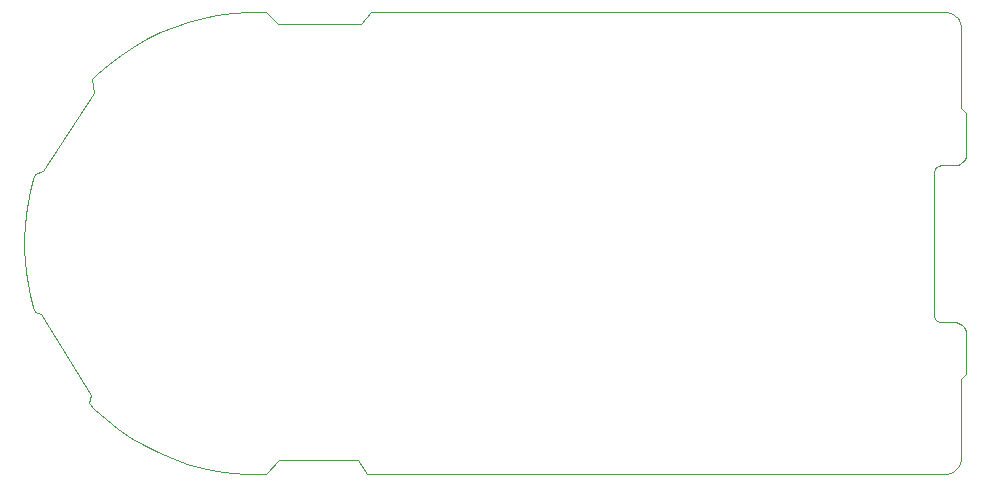
<source format=gko>
G04*
G04 #@! TF.GenerationSoftware,Altium Limited,Altium Designer,22.2.1 (43)*
G04*
G04 Layer_Color=16711935*
%FSLAX25Y25*%
%MOIN*%
G70*
G04*
G04 #@! TF.SameCoordinates,78EA78F8-FF88-446E-916A-2EA80F8DE5DB*
G04*
G04*
G04 #@! TF.FilePolarity,Positive*
G04*
G01*
G75*
%ADD22C,0.00400*%
D22*
X117210Y155714D02*
X139190Y155713D01*
X113901Y151727D02*
X117210Y155714D01*
X86450Y151727D02*
X113901D01*
X82468Y155710D02*
X86450Y151727D01*
X78737Y155710D02*
X82468Y155710D01*
X76219Y155710D02*
X78737Y155710D01*
X71195Y155381D02*
X76219Y155710D01*
X66202Y154724D02*
X71195Y155381D01*
X61264Y153742D02*
X66202Y154724D01*
X56400Y152440D02*
X61264Y153742D01*
X51631Y150822D02*
X56400Y152440D01*
X46979Y148897D02*
X51631Y150822D01*
X42462Y146671D02*
X46979Y148897D01*
X38100Y144155D02*
X42462Y146671D01*
X33913Y141360D02*
X38100Y144155D01*
X29916Y138296D02*
X33913Y141360D01*
X26129Y134979D02*
X29916Y138296D01*
X24406Y133258D02*
X26129Y134979D01*
X24406Y133258D02*
X25093Y128822D01*
X8156Y102742D02*
X25093Y128822D01*
X5244Y101604D02*
X8156Y102742D01*
X4715Y99916D02*
X5244Y101604D01*
X3734Y96128D02*
X4715Y99916D01*
X2948Y92296D02*
X3734Y96128D01*
X2357Y88429D02*
X2948Y92296D01*
X1964Y84536D02*
X2357Y88429D01*
X1768Y80629D02*
X1964Y84536D01*
X1768Y80629D02*
X1772Y76717D01*
X1974Y72810D01*
X2374Y68918D01*
X2972Y65052D01*
X3765Y61221D01*
X4752Y57435D01*
X5289Y55731D01*
X7314Y54904D01*
X24153Y27894D01*
X23383Y25262D02*
X24153Y27894D01*
X23383Y25262D02*
X25163Y23418D01*
X28982Y19960D01*
X33022Y16765D01*
X37268Y13847D01*
X41699Y11220D01*
X46296Y8895D01*
X51038Y6882D01*
X55903Y5191D01*
X60871Y3829D01*
X65919Y2802D01*
X71025Y2114D01*
X76165Y1770D01*
X78740Y1770D01*
X78794Y1778D01*
X82279Y1773D01*
X86673Y6537D01*
X113122Y6537D01*
X116140Y1767D01*
X307019Y1768D01*
X308792Y1768D01*
X309304D01*
X310309Y1968D01*
X311256Y2361D01*
X312107Y2930D01*
X312832Y3654D01*
X313401Y4506D01*
X313793Y5453D01*
X313993Y6458D01*
X313993Y6970D01*
Y33276D01*
X315767Y35049D01*
X315804Y35119D01*
X315811Y35177D01*
X315812Y48323D01*
X315812Y48709D01*
X315662Y49465D02*
X315812Y48709D01*
X315367Y50177D02*
X315662Y49465D01*
X314938Y50818D02*
X315367Y50177D01*
X314393Y51363D02*
X314938Y50818D01*
X313752Y51792D02*
X314393Y51363D01*
X313040Y52087D02*
X313752Y51792D01*
X312284Y52237D02*
X313040Y52087D01*
X311898Y52237D02*
X312284Y52237D01*
X311847Y52230D02*
X311898Y52237D01*
X307647Y52231D02*
X311847Y52230D01*
X307127Y52299D02*
X307647Y52231D01*
X306171Y52717D02*
X307127Y52299D01*
X305436Y53457D02*
X306171Y52717D01*
X305025Y54417D02*
X305436Y53457D01*
X304961Y54937D02*
X305025Y54417D01*
X304961Y54937D02*
Y55135D01*
X304962Y101798D01*
X304966Y102072D01*
X305054Y102610D01*
X305245Y103121D01*
X305532Y103586D01*
X305904Y103985D01*
X306347Y104304D01*
X306844Y104530D01*
X307375Y104655D01*
X307658Y104678D01*
X311928Y104678D01*
X312314Y104678D01*
X313070Y104828D01*
X313782Y105123D01*
X314423Y105552D01*
X314968Y106097D01*
X315397Y106738D01*
X315692Y107450D01*
X315842Y108206D01*
X315842Y108609D02*
X315842Y108206D01*
X315842Y108609D02*
Y121737D01*
X315834Y121796D02*
X315842Y121737D01*
X315783Y121879D02*
X315834Y121796D01*
X314023Y123639D02*
X315783Y121879D01*
X314023Y150505D02*
X314023Y123639D01*
X314023Y150505D02*
Y151014D01*
X313826Y152012D02*
X314023Y151014D01*
X313439Y152954D02*
X313826Y152012D01*
X312877Y153802D02*
X313439Y152954D01*
X312160Y154526D02*
X312877Y153802D01*
X311318Y155097D02*
X312160Y154526D01*
X310381Y155493D02*
X311318Y155097D01*
X309384Y155701D02*
X310381Y155493D01*
X308875Y155706D02*
X309384Y155701D01*
X308822Y155713D02*
X308875Y155706D01*
X139190Y155713D02*
X308822Y155713D01*
M02*

</source>
